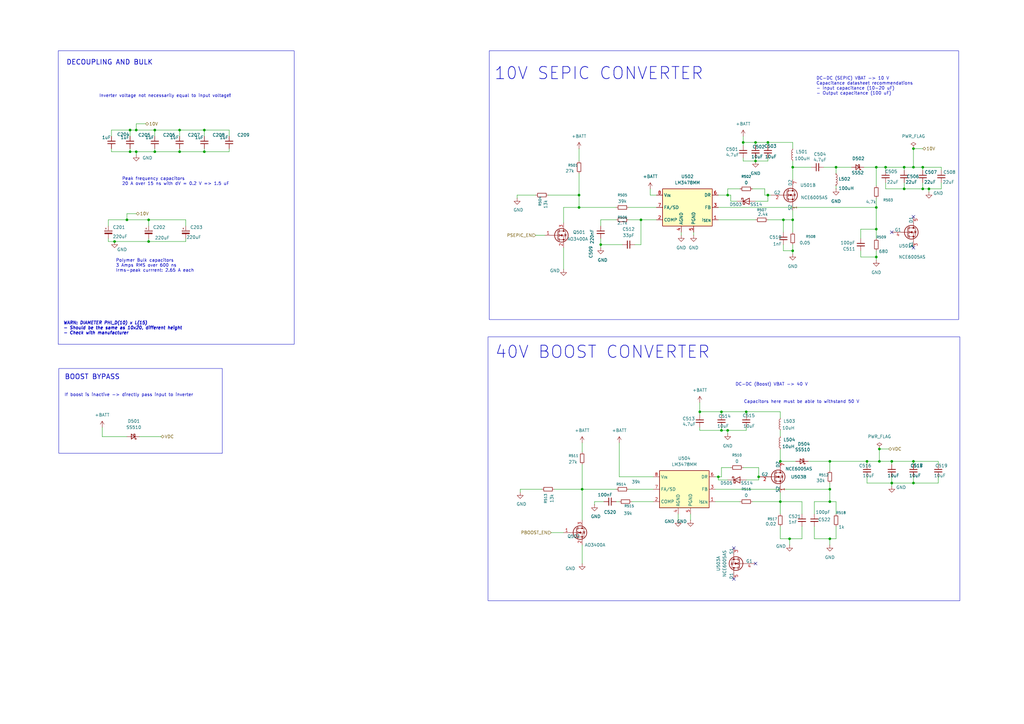
<source format=kicad_sch>
(kicad_sch (version 20250114) (generator "eeschema") (generator_version "9.0")
  (paper "A3")
  (rectangle (start 23.876 20.828) (end 120.65 141.224))
  (rectangle (start 200.152 138.176) (end 393.7 246.38))
  (rectangle (start 200.66 20.828) (end 393.192 131.064))
  (rectangle (start 24.13 151.13) (end 91.186 185.928))
  (text "DC-DC (Boost) VBAT -> 40 V" (at 316.484 157.734 0) (effects (font (size 1.27 1.27))))
  (text "DC-DC (SEPIC) VBAT -> 10 V\nCapacitance datasheet recommendations\n- Input capacitance (10-20 uF)\n- Output capacitance (100 uF) " (at 334.772 35.306 0) (effects (font (size 1.27 1.27)) (justify left)))
  (text "Inverter voltage not necessarily equal to input voltage!\n" (at 40.64 39.37 0) (effects (font (size 1.27 1.27) (thickness 0.1588)) (justify left)))
  (text "10V SEPIC CONVERTER" (at 245.618 30.226 0) (effects (font (size 5 5) (thickness 0.254) (bold yes))))
  (text "DECOUPLING AND BULK" (at 44.958 25.654 0) (effects (font (size 2 2) (thickness 0.254) (bold yes))))
  (text "Capacitors here must be able to withstand 50 V" (at 305.054 164.846 0) (effects (font (size 1.27 1.27)) (justify left)))
  (text "Peak frequency capacitors\n20 A over 15 ns with dV = 0.2 V => 1.5 uF" (at 50.038 74.422 0) (effects (font (size 1.27 1.27) (thickness 0.1588)) (justify left)))
  (text "40V BOOST CONVERTER" (at 247.142 144.526 0) (effects (font (size 5 5) (thickness 0.254) (bold yes))))
  (text "Polymer Bulk capacitors\n3 Amps RMS over 600 ns\nIrms-peak currrent: 2.65 A each" (at 47.498 111.76 0) (effects (font (size 1.27 1.27) (thickness 0.1588)) (justify left bottom)))
  (text "WARN: DIAMETER PHI_D(10) x L(15)\n- Should be the same as 10x20, different height\n- Check with manufacturer" (at 25.908 137.414 0) (effects (font (size 1.27 1.27) (thickness 0.254) (bold yes) (italic yes)) (justify left bottom)))
  (text "If boost is inactive -> directly pass input to inverter" (at 26.416 162.052 0) (effects (font (size 1.27 1.27) (thickness 0.1588)) (justify left)))
  (text "BOOST BYPASS" (at 37.846 154.686 0) (effects (font (size 2 2) (thickness 0.254) (bold yes))))
  (junction (at 360.68 184.15))
  (junction (at 237.49 85.09))
  (junction (at 83.82 62.23))
  (junction (at 63.5 53.34))
  (junction (at 55.88 53.34))
  (junction (at 365.76 198.12))
  (junction (at 237.49 80.01))
  (junction (at 320.04 205.74))
  (junction (at 295.91 176.53))
  (junction (at 374.65 68.58))
  (junction (at 321.31 90.17))
  (junction (at 83.82 53.34))
  (junction (at 374.65 198.12))
  (junction (at 325.12 102.87))
  (junction (at 363.22 68.58))
  (junction (at 314.96 80.01))
  (junction (at 73.66 62.23))
  (junction (at 359.41 105.41))
  (junction (at 295.91 168.91))
  (junction (at 325.12 68.58))
  (junction (at 381 77.47))
  (junction (at 306.07 168.91))
  (junction (at 378.46 77.47))
  (junction (at 246.38 100.33))
  (junction (at 359.41 93.98))
  (junction (at 374.65 189.23))
  (junction (at 309.88 66.04))
  (junction (at 340.36 205.74))
  (junction (at 314.96 58.42))
  (junction (at 60.96 90.17))
  (junction (at 53.34 53.34))
  (junction (at 342.9 68.58))
  (junction (at 359.41 85.09))
  (junction (at 340.36 220.98))
  (junction (at 340.36 200.66))
  (junction (at 304.8 58.42))
  (junction (at 370.84 68.58))
  (junction (at 378.46 68.58))
  (junction (at 365.76 189.23))
  (junction (at 340.36 189.23))
  (junction (at 355.6 189.23))
  (junction (at 360.68 189.23))
  (junction (at 287.02 168.91))
  (junction (at 55.88 62.23))
  (junction (at 294.64 195.58))
  (junction (at 63.5 62.23))
  (junction (at 238.76 200.66))
  (junction (at 359.41 68.58))
  (junction (at 298.45 80.01))
  (junction (at 262.89 90.17))
  (junction (at 298.45 176.53))
  (junction (at 46.99 99.06))
  (junction (at 370.84 77.47))
  (junction (at 374.65 60.96))
  (junction (at 73.66 53.34))
  (junction (at 323.85 220.98))
  (junction (at 60.96 99.06))
  (junction (at 52.07 90.17))
  (junction (at 325.12 90.17))
  (junction (at 320.04 189.23))
  (junction (at 53.34 62.23))
  (junction (at 309.88 58.42))
  (junction (at 311.15 195.58))
  (no_connect (at 309.88 231.14))
  (no_connect (at 374.65 101.6))
  (no_connect (at 365.76 95.25))
  (no_connect (at 300.99 224.79))
  (no_connect (at 374.65 88.9))
  (no_connect (at 300.99 237.49))
  (wire (pts (xy 63.5 53.34) (xy 73.66 53.34)))
  (wire (pts (xy 386.08 77.47) (xy 381 77.47)))
  (wire (pts (xy 325.12 60.96) (xy 325.12 58.42)))
  (wire (pts (xy 340.36 198.12) (xy 340.36 200.66)))
  (wire (pts (xy 257.81 85.09) (xy 269.24 85.09)))
  (wire (pts (xy 294.64 195.58) (xy 294.64 196.85)))
  (wire (pts (xy 384.81 190.5) (xy 384.81 189.23)))
  (wire (pts (xy 238.76 231.14) (xy 238.76 223.52)))
  (wire (pts (xy 83.82 53.34) (xy 83.82 55.88)))
  (wire (pts (xy 60.96 90.17) (xy 76.2 90.17)))
  (wire (pts (xy 359.41 81.28) (xy 359.41 85.09)))
  (wire (pts (xy 237.49 85.09) (xy 252.73 85.09)))
  (wire (pts (xy 45.72 62.23) (xy 53.34 62.23)))
  (wire (pts (xy 231.14 101.6) (xy 231.14 110.49)))
  (wire (pts (xy 41.91 175.26) (xy 41.91 179.07)))
  (wire (pts (xy 355.6 195.58) (xy 355.6 198.12)))
  (wire (pts (xy 293.37 195.58) (xy 294.64 195.58)))
  (wire (pts (xy 359.41 85.09) (xy 359.41 93.98)))
  (wire (pts (xy 325.12 66.04) (xy 325.12 68.58)))
  (wire (pts (xy 52.07 87.63) (xy 52.07 90.17)))
  (wire (pts (xy 340.36 220.98) (xy 340.36 223.52)))
  (wire (pts (xy 246.38 92.71) (xy 246.38 90.17)))
  (wire (pts (xy 378.46 68.58) (xy 378.46 69.85)))
  (wire (pts (xy 243.84 205.74) (xy 247.65 205.74)))
  (wire (pts (xy 44.45 99.06) (xy 44.45 97.79)))
  (wire (pts (xy 309.88 58.42) (xy 314.96 58.42)))
  (wire (pts (xy 359.41 68.58) (xy 363.22 68.58)))
  (wire (pts (xy 334.01 210.82) (xy 334.01 205.74)))
  (wire (pts (xy 55.88 50.8) (xy 55.88 53.34)))
  (wire (pts (xy 73.66 62.23) (xy 83.82 62.23)))
  (wire (pts (xy 381 77.47) (xy 378.46 77.47)))
  (wire (pts (xy 328.93 205.74) (xy 328.93 210.82)))
  (wire (pts (xy 386.08 69.85) (xy 386.08 68.58)))
  (wire (pts (xy 246.38 100.33) (xy 255.27 100.33)))
  (wire (pts (xy 293.37 200.66) (xy 340.36 200.66)))
  (wire (pts (xy 76.2 97.79) (xy 76.2 99.06)))
  (wire (pts (xy 266.7 80.01) (xy 269.24 80.01)))
  (wire (pts (xy 295.91 168.91) (xy 295.91 170.18)))
  (wire (pts (xy 359.41 105.41) (xy 359.41 106.68)))
  (wire (pts (xy 266.7 77.47) (xy 266.7 80.01)))
  (wire (pts (xy 321.31 90.17) (xy 321.31 95.25)))
  (wire (pts (xy 306.07 176.53) (xy 306.07 175.26)))
  (wire (pts (xy 295.91 191.77) (xy 295.91 195.58)))
  (wire (pts (xy 320.04 189.23) (xy 326.39 189.23)))
  (wire (pts (xy 262.89 100.33) (xy 260.35 100.33)))
  (wire (pts (xy 360.68 189.23) (xy 355.6 189.23)))
  (wire (pts (xy 45.72 60.96) (xy 45.72 62.23)))
  (wire (pts (xy 370.84 68.58) (xy 370.84 69.85)))
  (wire (pts (xy 323.85 220.98) (xy 323.85 223.52)))
  (wire (pts (xy 294.64 90.17) (xy 309.88 90.17)))
  (wire (pts (xy 287.02 168.91) (xy 287.02 170.18)))
  (wire (pts (xy 306.07 196.85) (xy 311.15 196.85)))
  (wire (pts (xy 374.65 190.5) (xy 374.65 189.23)))
  (wire (pts (xy 45.72 53.34) (xy 53.34 53.34)))
  (wire (pts (xy 60.96 97.79) (xy 60.96 99.06)))
  (wire (pts (xy 306.07 170.18) (xy 306.07 168.91)))
  (wire (pts (xy 359.41 102.87) (xy 359.41 105.41)))
  (wire (pts (xy 53.34 53.34) (xy 55.88 53.34)))
  (wire (pts (xy 302.26 82.55) (xy 299.72 82.55)))
  (wire (pts (xy 41.91 179.07) (xy 52.07 179.07)))
  (wire (pts (xy 262.89 90.17) (xy 262.89 100.33)))
  (wire (pts (xy 76.2 90.17) (xy 76.2 92.71)))
  (wire (pts (xy 73.66 60.96) (xy 73.66 62.23)))
  (wire (pts (xy 304.8 66.04) (xy 304.8 64.77)))
  (wire (pts (xy 340.36 189.23) (xy 340.36 193.04)))
  (wire (pts (xy 374.65 195.58) (xy 374.65 198.12)))
  (wire (pts (xy 325.12 100.33) (xy 325.12 102.87)))
  (wire (pts (xy 93.98 62.23) (xy 83.82 62.23)))
  (wire (pts (xy 237.49 85.09) (xy 237.49 80.01)))
  (wire (pts (xy 325.12 68.58) (xy 332.74 68.58)))
  (wire (pts (xy 45.72 55.88) (xy 45.72 53.34)))
  (wire (pts (xy 295.91 176.53) (xy 295.91 175.26)))
  (wire (pts (xy 334.01 220.98) (xy 340.36 220.98)))
  (wire (pts (xy 313.69 80.01) (xy 314.96 80.01)))
  (wire (pts (xy 353.06 97.79) (xy 353.06 93.98)))
  (wire (pts (xy 320.04 205.74) (xy 328.93 205.74)))
  (wire (pts (xy 337.82 68.58) (xy 342.9 68.58)))
  (wire (pts (xy 243.84 207.01) (xy 243.84 205.74)))
  (wire (pts (xy 246.38 100.33) (xy 246.38 101.6)))
  (wire (pts (xy 226.06 218.44) (xy 231.14 218.44)))
  (wire (pts (xy 238.76 213.36) (xy 238.76 200.66)))
  (wire (pts (xy 355.6 198.12) (xy 365.76 198.12)))
  (wire (pts (xy 304.8 66.04) (xy 309.88 66.04)))
  (wire (pts (xy 384.81 189.23) (xy 374.65 189.23)))
  (wire (pts (xy 342.9 76.2) (xy 342.9 77.47)))
  (wire (pts (xy 53.34 62.23) (xy 55.88 62.23)))
  (wire (pts (xy 360.68 184.15) (xy 360.68 189.23)))
  (wire (pts (xy 386.08 74.93) (xy 386.08 77.47)))
  (wire (pts (xy 63.5 62.23) (xy 73.66 62.23)))
  (wire (pts (xy 93.98 55.88) (xy 93.98 53.34)))
  (wire (pts (xy 342.9 205.74) (xy 342.9 210.82)))
  (wire (pts (xy 278.13 210.82) (xy 278.13 213.36)))
  (wire (pts (xy 309.88 58.42) (xy 309.88 59.69)))
  (wire (pts (xy 384.81 198.12) (xy 374.65 198.12)))
  (wire (pts (xy 63.5 60.96) (xy 63.5 62.23)))
  (wire (pts (xy 325.12 86.36) (xy 325.12 90.17)))
  (wire (pts (xy 320.04 176.53) (xy 320.04 179.07)))
  (wire (pts (xy 304.8 191.77) (xy 311.15 191.77)))
  (wire (pts (xy 295.91 191.77) (xy 299.72 191.77)))
  (wire (pts (xy 287.02 168.91) (xy 295.91 168.91)))
  (wire (pts (xy 219.71 96.52) (xy 223.52 96.52)))
  (wire (pts (xy 313.69 77.47) (xy 308.61 77.47)))
  (wire (pts (xy 63.5 53.34) (xy 63.5 55.88)))
  (wire (pts (xy 60.96 99.06) (xy 46.99 99.06)))
  (wire (pts (xy 363.22 68.58) (xy 370.84 68.58)))
  (wire (pts (xy 365.76 199.39) (xy 365.76 198.12)))
  (wire (pts (xy 309.88 66.04) (xy 309.88 64.77)))
  (wire (pts (xy 257.81 200.66) (xy 267.97 200.66)))
  (wire (pts (xy 257.81 90.17) (xy 262.89 90.17)))
  (wire (pts (xy 374.65 189.23) (xy 365.76 189.23)))
  (wire (pts (xy 342.9 205.74) (xy 340.36 205.74)))
  (wire (pts (xy 359.41 68.58) (xy 359.41 76.2)))
  (wire (pts (xy 73.66 53.34) (xy 73.66 55.88)))
  (wire (pts (xy 353.06 93.98) (xy 359.41 93.98)))
  (wire (pts (xy 93.98 53.34) (xy 83.82 53.34)))
  (wire (pts (xy 57.15 179.07) (xy 66.04 179.07)))
  (wire (pts (xy 287.02 165.1) (xy 287.02 168.91)))
  (wire (pts (xy 231.14 85.09) (xy 237.49 85.09)))
  (wire (pts (xy 314.96 59.69) (xy 314.96 58.42)))
  (wire (pts (xy 320.04 201.93) (xy 320.04 205.74)))
  (wire (pts (xy 246.38 90.17) (xy 252.73 90.17)))
  (wire (pts (xy 325.12 102.87) (xy 325.12 104.14)))
  (wire (pts (xy 321.31 100.33) (xy 321.31 102.87)))
  (wire (pts (xy 309.88 66.04) (xy 314.96 66.04)))
  (wire (pts (xy 259.08 205.74) (xy 267.97 205.74)))
  (wire (pts (xy 238.76 200.66) (xy 252.73 200.66)))
  (wire (pts (xy 303.53 77.47) (xy 298.45 77.47)))
  (wire (pts (xy 320.04 184.15) (xy 320.04 189.23)))
  (wire (pts (xy 304.8 58.42) (xy 309.88 58.42)))
  (wire (pts (xy 384.81 195.58) (xy 384.81 198.12)))
  (wire (pts (xy 254 181.61) (xy 254 195.58)))
  (wire (pts (xy 325.12 68.58) (xy 325.12 73.66)))
  (wire (pts (xy 378.46 74.93) (xy 378.46 77.47)))
  (wire (pts (xy 298.45 80.01) (xy 299.72 80.01)))
  (wire (pts (xy 55.88 50.8) (xy 59.69 50.8)))
  (wire (pts (xy 365.76 198.12) (xy 374.65 198.12)))
  (wire (pts (xy 353.06 105.41) (xy 359.41 105.41)))
  (wire (pts (xy 44.45 92.71) (xy 44.45 90.17)))
  (wire (pts (xy 52.07 87.63) (xy 55.88 87.63)))
  (wire (pts (xy 311.15 191.77) (xy 311.15 195.58)))
  (wire (pts (xy 298.45 177.8) (xy 298.45 176.53)))
  (wire (pts (xy 378.46 68.58) (xy 386.08 68.58)))
  (wire (pts (xy 55.88 62.23) (xy 63.5 62.23)))
  (wire (pts (xy 314.96 66.04) (xy 314.96 64.77)))
  (wire (pts (xy 53.34 53.34) (xy 53.34 55.88)))
  (wire (pts (xy 360.68 184.15) (xy 364.49 184.15)))
  (wire (pts (xy 306.07 168.91) (xy 320.04 168.91)))
  (wire (pts (xy 224.79 80.01) (xy 237.49 80.01)))
  (wire (pts (xy 340.36 200.66) (xy 340.36 205.74)))
  (wire (pts (xy 246.38 97.79) (xy 246.38 100.33)))
  (wire (pts (xy 342.9 68.58) (xy 342.9 71.12)))
  (wire (pts (xy 359.41 93.98) (xy 359.41 97.79)))
  (wire (pts (xy 287.02 176.53) (xy 287.02 175.26)))
  (wire (pts (xy 298.45 176.53) (xy 306.07 176.53)))
  (wire (pts (xy 370.84 74.93) (xy 370.84 77.47)))
  (wire (pts (xy 334.01 215.9) (xy 334.01 220.98)))
  (wire (pts (xy 55.88 63.5) (xy 55.88 62.23)))
  (wire (pts (xy 374.65 68.58) (xy 378.46 68.58)))
  (wire (pts (xy 360.68 189.23) (xy 365.76 189.23)))
  (wire (pts (xy 320.04 215.9) (xy 320.04 220.98)))
  (wire (pts (xy 227.33 200.66) (xy 238.76 200.66)))
  (wire (pts (xy 299.72 80.01) (xy 299.72 82.55)))
  (wire (pts (xy 313.69 77.47) (xy 313.69 80.01)))
  (wire (pts (xy 314.96 82.55) (xy 314.96 80.01)))
  (wire (pts (xy 355.6 189.23) (xy 355.6 190.5)))
  (wire (pts (xy 237.49 60.96) (xy 237.49 66.04)))
  (wire (pts (xy 212.09 80.01) (xy 219.71 80.01)))
  (wire (pts (xy 294.64 195.58) (xy 295.91 195.58)))
  (wire (pts (xy 381 78.74) (xy 381 77.47)))
  (wire (pts (xy 93.98 60.96) (xy 93.98 62.23)))
  (wire (pts (xy 323.85 220.98) (xy 328.93 220.98)))
  (wire (pts (xy 342.9 68.58) (xy 349.25 68.58)))
  (wire (pts (xy 238.76 181.61) (xy 238.76 185.42)))
  (wire (pts (xy 60.96 90.17) (xy 60.96 92.71)))
  (wire (pts (xy 304.8 58.42) (xy 304.8 59.69)))
  (wire (pts (xy 53.34 60.96) (xy 53.34 62.23)))
  (wire (pts (xy 331.47 189.23) (xy 340.36 189.23)))
  (wire (pts (xy 325.12 58.42) (xy 314.96 58.42)))
  (wire (pts (xy 298.45 77.47) (xy 298.45 80.01)))
  (wire (pts (xy 283.21 210.82) (xy 283.21 213.36)))
  (wire (pts (xy 284.48 96.52) (xy 284.48 95.25)))
  (wire (pts (xy 252.73 205.74) (xy 254 205.74)))
  (wire (pts (xy 314.96 80.01) (xy 316.23 80.01)))
  (wire (pts (xy 363.22 77.47) (xy 370.84 77.47)))
  (wire (pts (xy 76.2 99.06) (xy 60.96 99.06)))
  (wire (pts (xy 295.91 176.53) (xy 298.45 176.53)))
  (wire (pts (xy 370.84 68.58) (xy 374.65 68.58)))
  (wire (pts (xy 294.64 196.85) (xy 298.45 196.85)))
  (wire (pts (xy 309.88 82.55) (xy 314.96 82.55)))
  (wire (pts (xy 287.02 176.53) (xy 295.91 176.53)))
  (wire (pts (xy 378.46 77.47) (xy 370.84 77.47)))
  (wire (pts (xy 55.88 53.34) (xy 63.5 53.34)))
  (wire (pts (xy 328.93 215.9) (xy 328.93 220.98)))
  (wire (pts (xy 354.33 68.58) (xy 359.41 68.58)))
  (wire (pts (xy 294.64 85.09) (xy 359.41 85.09)))
  (wire (pts (xy 213.36 200.66) (xy 222.25 200.66)))
  (wire (pts (xy 321.31 90.17) (xy 314.96 90.17)))
  (wire (pts (xy 311.15 196.85) (xy 311.15 195.58)))
  (wire (pts (xy 238.76 190.5) (xy 238.76 200.66)))
  (wire (pts (xy 365.76 195.58) (xy 365.76 198.12)))
  (wire (pts (xy 52.07 90.17) (xy 44.45 90.17)))
  (wire (pts (xy 363.22 69.85) (xy 363.22 68.58)))
  (wire (pts (xy 212.09 81.28) (xy 212.09 80.01)))
  (wire (pts (xy 237.49 71.12) (xy 237.49 80.01)))
  (wire (pts (xy 374.65 60.96) (xy 374.65 68.58)))
  (wire (pts (xy 213.36 201.93) (xy 213.36 200.66)))
  (wire (pts (xy 293.37 205.74) (xy 303.53 205.74)))
  (wire (pts (xy 254 195.58) (xy 267.97 195.58)))
  (wire (pts (xy 231.14 91.44) (xy 231.14 85.09)))
  (wire (pts (xy 321.31 90.17) (xy 325.12 90.17)))
  (wire (pts (xy 321.31 102.87) (xy 325.12 102.87)))
  (wire (pts (xy 353.06 102.87) (xy 353.06 105.41)))
  (wire (pts (xy 83.82 60.96) (xy 83.82 62.23)))
  (wire (pts (xy 46.99 99.06) (xy 44.45 99.06)))
  (wire (pts (xy 304.8 55.88) (xy 304.8 58.42)))
  (wire (pts (xy 342.9 220.98) (xy 340.36 220.98)))
  (wire (pts (xy 365.76 189.23) (xy 365.76 190.5)))
  (wire (pts (xy 323.85 220.98) (xy 320.04 220.98)))
  (wire (pts (xy 342.9 215.9) (xy 342.9 220.98)))
  (wire (pts (xy 262.89 90.17) (xy 269.24 90.17)))
  (wire (pts (xy 334.01 205.74) (xy 340.36 205.74)))
  (wire (pts (xy 325.12 90.17) (xy 325.12 95.25)))
  (wire (pts (xy 295.91 168.91) (xy 306.07 168.91)))
  (wire (pts (xy 340.36 189.23) (xy 355.6 189.23)))
  (wire (pts (xy 73.66 53.34) (xy 83.82 53.34)))
  (wire (pts (xy 378.46 60.96) (xy 374.65 60.96)))
  (wire (pts (xy 363.22 74.93) (xy 363.22 77.47)))
  (wire (pts (xy 320.04 205.74) (xy 320.04 210.82)))
  (wire (pts (xy 308.61 205.74) (xy 320.04 205.74)))
  (wire (pts (xy 294.64 80.01) (xy 298.45 80.01)))
  (wire (pts (xy 279.4 96.52) (xy 279.4 95.25)))
  (wire (pts (xy 52.07 90.17) (xy 60.96 90.17)))
  (wire (pts (xy 320.04 168.91) (xy 320.04 171.45)))
  (hierarchical_label "PSEPIC_EN" (shape input) (at 219.71 96.52 180))
  (hierarchical_label "10V" (shape bidirectional) (at 378.46 60.96 0))
  (hierarchical_label "VDC" (shape bidirectional) (at 66.04 179.07 0))
  (hierarchical_label "VDC" (shape bidirectional) (at 364.49 184.15 0))
  (hierarchical_label "10V" (shape bidirectional) (at 55.88 87.63 0))
  (hierarchical_label "10V" (shape bidirectional) (at 59.69 50.8 0))
  (hierarchical_label "PBOOST_EN" (shape input) (at 226.06 218.44 180))
  (symbol (lib_id "Device:C_Small") (at 306.07 172.72 0) (unit 1)
    (property "Reference" "C515" (at 304.546 170.434 0) (effects (justify left)))
    (property "Value" "10uF" (at 304.8 174.752 0) (effects (justify left)))
    (property "Footprint" "Capacitor_SMD:C_0805_2012Metric" (effects (hide yes)))
    (property "Datasheet" "https://jlcpcb.com/api/file/downloadByFileSystemAccessId/8588884955182718976" (effects (hide yes)))
    (property "Description" "X5R, 50V max" (effects (hide yes)))
    (property "LPN" "C440198" (effects (hide yes)))
    (property "MPN" "GRM21BR61H106KE43L" (effects (hide yes)))
  )
  (symbol (lib_id "power:GND") (at 342.9 77.47 0) (unit 1)
    (property "Reference" "#PWR0510" (effects (hide yes)))
    (property "Value" "GND" (at 342.9 82.55 0))
    (property "Description" "Power symbol creates a global label with name \"GND\" , ground" (effects (hide yes)))
  )
  (symbol (lib_id "power:GND") (at 381 78.74 0) (unit 1)
    (property "Reference" "#PWR0511" (effects (hide yes)))
    (property "Value" "GND" (at 384.81 79.248 0))
    (property "Description" "Power symbol creates a global label with name \"GND\" , ground" (effects (hide yes)))
  )
  (symbol (lib_id "Transistor_FET:AO3400A") (at 228.6 96.52 0) (unit 1)
    (property "Reference" "Q501" (at 234.95 95.2499 0) (effects (justify left)))
    (property "Value" "AO3400A" (at 232.664 98.044 0) (effects (justify left)))
    (property "Footprint" "Package_TO_SOT_SMD:SOT-23" (effects (hide yes)))
    (property "Datasheet" "http://www.aosmd.com/pdfs/datasheet/AO3400A.pdf" (effects (hide yes)))
    (property "Description" "30V Vds, 5.7A Id, N-Channel MOSFET, SOT-23" (effects (hide yes)))
  )
  (symbol (lib_id "Regulator_Controller:LM3478MM") (at 280.67 200.66 0) (unit 1)
    (property "Reference" "U504" (at 280.67 187.96 0))
    (property "Value" "LM3478MM" (at 280.67 190.5 0))
    (property "Footprint" "Package_SO:VSSOP-8_3x3mm_P0.65mm" (effects (hide yes)))
    (property "Datasheet" "https://www.ti.com/lit/gpn/lm3478" (effects (hide yes)))
    (property "Description" "2.97~40V Wide Input Range Boost/SEPIC/Flyback DC-DC Controller, VSSOP-8" (effects (hide yes)))
  )
  (symbol (lib_id "power:PWR_FLAG") (at 360.68 184.15 0) (unit 1)
    (property "Reference" "#FLG0502" (effects (hide yes)))
    (property "Value" "PWR_FLAG" (at 360.68 179.07 0))
    (property "Description" "Special symbol for telling ERC where power comes from" (effects (hide yes)))
  )
  (symbol (lib_id "Device:C_Small") (at 246.38 95.25 0) (unit 1)
    (property "Reference" "C509" (at 242.316 103.378 90))
    (property "Value" "220nF" (at 242.824 97.028 90))
    (property "Footprint" "Capacitor_SMD:C_0603_1608Metric" (effects (hide yes)))
    (property "Datasheet" "https://jlcpcb.com/api/file/downloadByFileSystemAccessId/8579707116065640448" (effects (hide yes)))
    (property "Description" "Unpolarized capacitor, small symbol" (effects (hide yes)))
  )
  (symbol (lib_id "custom_mosfet:NCE6005AS") (at 374.65 95.25 0) (unit 1)
    (property "Reference" "U501" (at 368.554 100.838 0) (effects (justify left)))
    (property "Value" "NCE6005AS" (at 368.554 105.41 0) (effects (justify left)))
    (property "Footprint" "Package_SO:SOP-8-1EP_4.57x4.57mm_P1.27mm_EP4.57x4.45mm_ThermalVias" (effects (hide yes)))
    (property "Datasheet" "https://jlcpcb.com/api/file/downloadByFileSystemAccessId/8588881119395647488" (effects (hide yes)))
    (property "Description" "Dual N-channel Power MOSFET." (effects (hide yes)))
    (property "MPN" "NCE6005AS" (effects (hide yes)))
    (property "LPN" "C126151" (effects (hide yes)))
  )
  (symbol (lib_id "Regulator_Controller:LM3478MM") (at 281.94 85.09 0) (unit 1)
    (property "Reference" "U502" (at 281.94 72.39 0))
    (property "Value" "LM3478MM" (at 281.94 74.93 0))
    (property "Footprint" "Package_SO:VSSOP-8_3x3mm_P0.65mm" (effects (hide yes)))
    (property "Datasheet" "https://www.ti.com/lit/gpn/lm3478" (effects (hide yes)))
    (property "Description" "2.97~40V Wide Input Range Boost/SEPIC/Flyback DC-DC Controller, VSSOP-8" (effects (hide yes)))
  )
  (symbol (lib_id "Device:C_Small") (at 328.93 213.36 0) (unit 1)
    (property "Reference" "C521" (at 323.342 211.836 0) (effects (justify left)))
    (property "Value" "1nF" (at 323.342 214.122 0) (effects (justify left)))
    (property "Footprint" "Capacitor_SMD:C_0402_1005Metric" (effects (hide yes)))
    (property "Datasheet" "https://jlcpcb.com/api/file/downloadByFileSystemAccessId/8579707280333258752" (effects (hide yes)))
    (property "Description" "Unpolarized capacitor, small symbol" (effects (hide yes)))
    (property "LPN" "C1523" (effects (hide yes)))
    (property "MPN" "0402B102K500NT" (effects (hide yes)))
  )
  (symbol (lib_id "custom_mosfet:NCE6005AS") (at 320.04 195.58 0) (unit 2)
    (property "Reference" "U503" (at 324.358 195.58 0) (effects (justify left)))
    (property "Value" "NCE6005AS" (at 322.072 192.278 0) (effects (justify left)))
    (property "Footprint" "Package_SO:SOP-8-1EP_4.57x4.57mm_P1.27mm_EP4.57x4.45mm_ThermalVias" (effects (hide yes)))
    (property "Datasheet" "https://jlcpcb.com/api/file/downloadByFileSystemAccessId/8588881119395647488" (effects (hide yes)))
    (property "Description" "Dual N-channel Power MOSFET." (effects (hide yes)))
    (property "MPN" "NCE6005AS" (effects (hide yes)))
    (property "LPN" "C126151" (effects (hide yes)))
  )
  (symbol (lib_id "Device:R_Small") (at 320.04 213.36 0) (unit 1)
    (property "Reference" "R517" (at 314.706 212.852 0) (effects (font (size 1.016 1.016)) (justify left)))
    (property "Value" "0.02" (at 313.944 214.884 0) (effects (justify left)))
    (property "Footprint" "Resistor_SMD:R_1206_3216Metric_Pad1.30x1.75mm_HandSolder" (effects (hide yes)))
    (property "Datasheet" "https://jlcpcb.com/api/file/downloadByFileSystemAccessId/8588919886081110016" (effects (hide yes)))
    (property "Description" "+-1%, 333mW" (effects (hide yes)))
    (property "MPN" "1206W3F200MT5E" (effects (hide yes)))
    (property "LPN" "C2765435" (effects (hide yes)))
  )
  (symbol (lib_id "Device:R_Small") (at 359.41 78.74 0) (unit 1)
    (property "Reference" "R503" (at 362.204 82.042 0) (effects (font (size 1.016 1.016)) (justify left)))
    (property "Value" "4.7k" (at 355.092 82.804 0) (effects (justify left)))
    (property "Footprint" "Resistor_SMD:R_0603_1608Metric" (effects (hide yes)))
    (property "Datasheet" "https://jlcpcb.com/api/file/downloadByFileSystemAccessId/8579706251506339840" (effects (hide yes)))
    (property "Description" "+1%, 0.1W" (effects (hide yes)))
    (property "LPN" "C23162" (effects (hide yes)))
    (property "MPN" "0603WAF4701T5E" (effects (hide yes)))
  )
  (symbol (lib_id "power:GND") (at 298.45 177.8 0) (unit 1)
    (property "Reference" "#PWR0520" (effects (hide yes)))
    (property "Value" "GND" (at 298.45 182.88 0))
    (property "Description" "Power symbol creates a global label with name \"GND\" , ground" (effects (hide yes)))
  )
  (symbol (lib_id "Device:C_Small") (at 250.19 205.74 270) (unit 1)
    (property "Reference" "C520" (at 247.65 210.058 90) (effects (justify left)))
    (property "Value" "100nF" (at 245.11 202.946 90) (effects (justify left)))
    (property "Footprint" "Capacitor_SMD:C_0603_1608Metric" (effects (hide yes)))
    (property "Datasheet" "https://jlcpcb.com/api/file/downloadByFileSystemAccessId/8579707083955945472" (effects (hide yes)))
    (property "Description" "X7R, +-10%" (effects (hide yes)))
    (property "LPN" "C14663" (effects (hide yes)))
    (property "MPN" "CC0603KRX7R9BB104" (effects (hide yes)))
  )
  (symbol (lib_id "Device:R_Small") (at 340.36 195.58 0) (unit 1)
    (property "Reference" "R512" (at 335.788 194.818 0) (effects (font (size 1.016 1.016)) (justify left)))
    (property "Value" "30k" (at 334.772 197.104 0) (effects (justify left)))
    (property "Footprint" "Resistor_SMD:R_0603_1608Metric" (effects (hide yes)))
    (property "Datasheet" "https://jlcpcb.com/api/file/downloadByFileSystemAccessId/8579706251506339840" (effects (hide yes)))
    (property "Description" "+1%, 0.1W" (effects (hide yes)))
    (property "LPN" "C22984" (effects (hide yes)))
    (property "MPN" "0603WAF3002T5E" (effects (hide yes)))
  )
  (symbol (lib_id "Device:C_Small") (at 386.08 72.39 0) (unit 1)
    (property "Reference" "C508" (at 386.842 70.612 0) (effects (justify left)))
    (property "Value" "22uF" (at 386.588 74.676 0) (effects (justify left)))
    (property "Footprint" "Capacitor_SMD:C_0805_2012Metric" (effects (hide yes)))
    (property "Datasheet" "https://jlcpcb.com/api/file/downloadByFileSystemAccessId/8579706866429190144" (effects (hide yes)))
    (property "Description" "X5R, 25V" (effects (hide yes)))
    (property "LPN" "C45783" (effects (hide yes)))
    (property "MPN" "CL21A226MAQNNNE" (effects (hide yes)))
  )
  (symbol (lib_id "Device:C_Small") (at 353.06 100.33 0) (unit 1)
    (property "Reference" "C511" (at 345.694 102.108 0) (effects (justify left)))
    (property "Value" "100pF" (at 344.678 99.568 0) (effects (justify left)))
    (property "Footprint" "Capacitor_SMD:C_0402_1005Metric" (effects (hide yes)))
    (property "Datasheet" "https://jlcpcb.com/api/file/downloadByFileSystemAccessId/8579707280333258752" (effects (hide yes)))
    (property "Description" "Unpolarized capacitor, small symbol" (effects (hide yes)))
    (property "LPN" "C1546" (effects (hide yes)))
    (property "MPN" "0402CG101J500NT" (effects (hide yes)))
  )
  (symbol (lib_id "power:PWR_FLAG") (at 374.65 60.96 0) (unit 1)
    (property "Reference" "#FLG0501" (effects (hide yes)))
    (property "Value" "PWR_FLAG" (at 374.65 55.88 0))
    (property "Description" "Special symbol for telling ERC where power comes from" (effects (hide yes)))
  )
  (symbol (lib_id "power:GND") (at 46.99 99.06 0) (unit 1)
    (property "Reference" "#PWR0203" (effects (hide yes)))
    (property "Value" "GND" (at 48.006 102.362 0) (effects (justify left)))
    (property "Description" "Power symbol creates a global label with name \"GND\" , ground" (effects (hide yes)))
  )
  (symbol (lib_id "power:+BATT") (at 266.7 77.47 0) (unit 1)
    (property "Reference" "#PWR0509" (effects (hide yes)))
    (property "Value" "+BATT" (at 266.7 72.39 0))
    (property "Description" "Power symbol creates a global label with name \"+BATT\"" (effects (hide yes)))
  )
  (symbol (lib_id "power:GND") (at 283.21 213.36 0) (unit 1)
    (property "Reference" "#PWR0528" (effects (hide yes)))
    (property "Value" "GND" (at 279.654 213.868 0))
    (property "Description" "Power symbol creates a global label with name \"GND\" , ground" (effects (hide yes)))
  )
  (symbol (lib_id "power:GND") (at 279.4 96.52 0) (unit 1)
    (property "Reference" "#PWR0514" (effects (hide yes)))
    (property "Value" "GND" (at 279.4 101.6 0))
    (property "Description" "Power symbol creates a global label with name \"GND\" , ground" (effects (hide yes)))
  )
  (symbol (lib_id "Device:R_Small") (at 342.9 213.36 0) (unit 1)
    (property "Reference" "R518" (at 342.9 210.312 0) (effects (font (size 1.016 1.016)) (justify left)))
    (property "Value" "1k" (at 343.916 216.154 0) (effects (justify left)))
    (property "Footprint" "Resistor_SMD:R_0603_1608Metric" (effects (hide yes)))
    (property "Datasheet" "https://jlcpcb.com/api/file/downloadByFileSystemAccessId/8579706305709604864" (effects (hide yes)))
    (property "Description" "+-1%, 0.1W" (effects (hide yes)))
    (property "LPN" "C21190" (effects (hide yes)))
    (property "MPN" "0603WAF1001T5E" (effects (hide yes)))
  )
  (symbol (lib_id "Device:R_Small") (at 238.76 187.96 0) (unit 1)
    (property "Reference" "R511" (at 233.172 186.944 0) (effects (font (size 1.016 1.016)) (justify left)))
    (property "Value" "27k" (at 233.172 189.484 0) (effects (justify left)))
    (property "Footprint" "Resistor_SMD:R_0603_1608Metric" (effects (hide yes)))
    (property "Datasheet" "https://jlcpcb.com/api/file/downloadByFileSystemAccessId/8579706251506339840" (effects (hide yes)))
    (property "Description" "+1%, 0.1W" (effects (hide yes)))
    (property "LPN" "C22967" (effects (hide yes)))
    (property "MPN" "0603WAF2702T5E" (effects (hide yes)))
  )
  (symbol (lib_id "power:GND") (at 55.88 63.5 0) (unit 1)
    (property "Reference" "#PWR0204" (effects (hide yes)))
    (property "Value" "GND" (at 58.42 64.7699 0) (effects (justify left)))
    (property "Description" "Power symbol creates a global label with name \"GND\" , ground" (effects (hide yes)))
  )
  (symbol (lib_id "Device:R_Small") (at 237.49 68.58 0) (unit 1)
    (property "Reference" "R501" (at 232.918 67.818 0) (effects (font (size 1.016 1.016)) (justify left)))
    (property "Value" "27k" (at 231.902 70.104 0) (effects (justify left)))
    (property "Footprint" "Resistor_SMD:R_0603_1608Metric" (effects (hide yes)))
    (property "Datasheet" "https://jlcpcb.com/api/file/downloadByFileSystemAccessId/8579706251506339840" (effects (hide yes)))
    (property "Description" "+1%, 0.1W" (effects (hide yes)))
    (property "LPN" "C22967" (effects (hide yes)))
    (property "MPN" "0603WAF2702T5E" (effects (hide yes)))
  )
  (symbol (lib_id "Device:R_Small") (at 306.07 205.74 90) (unit 1)
    (property "Reference" "R516" (at 306.07 200.66 90) (effects (font (size 1.016 1.016))))
    (property "Value" "0" (at 306.07 203.2 90))
    (property "Footprint" "Resistor_SMD:R_0603_1608Metric_Pad0.98x0.95mm_HandSolder" (effects (hide yes)))
    (property "Datasheet" "https://jlcpcb.com/api/file/downloadByFileSystemAccessId/8588882001185148928" (effects (hide yes)))
    (property "Description" "100mW, change to damping resistor" (effects (hide yes)))
    (property "LPN" "C15402" (effects (hide yes)))
    (property "MPN" "0603WAJ0000T5E" (effects (hide yes)))
  )
  (symbol (lib_id "power:+BATT") (at 41.91 175.26 0) (unit 1)
    (property "Reference" "#PWR0503" (effects (hide yes)))
    (property "Value" "+BATT" (at 41.91 170.18 0))
    (property "Description" "Power symbol creates a global label with name \"+BATT\"" (effects (hide yes)))
  )
  (symbol (lib_id "Device:C_Small") (at 45.72 58.42 180) (unit 1)
    (property "Reference" "C204" (at 48.006 55.118 0) (effects (justify right)))
    (property "Value" "1uF" (at 45.466 56.388 0) (effects (justify left)))
    (property "Footprint" "Capacitor_SMD:C_0805_2012Metric" (effects (hide yes)))
    (property "Description" "Unpolarized capacitor, small symbol" (effects (hide yes)))
    (property "LCSC Part Number" "C28323" (effects (hide yes)))
    (property "Manufacturing Part Number" "CL21B105KBFNNNE" (effects (hide yes)))
  )
  (symbol (lib_id "Device:L_Small") (at 320.04 173.99 180) (unit 1)
    (property "Reference" "L503" (at 321.31 172.7199 0) (effects (justify right)))
    (property "Value" "10uH" (at 320.802 175.514 0) (effects (justify right)))
    (property "Datasheet" "https://jlcpcb.com/api/file/downloadByFileSystemAccessId/8608737415922540544" (effects (hide yes)))
    (property "Description" "+-20%, DCR 30m, Isat_rms=7.8A" (effects (hide yes)))
    (property "LPN" "C475915" (effects (hide yes)))
    (property "MPN" "FXL1040-100-M " (effects (hide yes)))
  )
  (symbol (lib_id "Device:R_Small") (at 222.25 80.01 90) (unit 1)
    (property "Reference" "R504" (at 221.488 84.582 0) (effects (font (size 1.016 1.016)) (justify left)))
    (property "Value" "13k" (at 223.774 85.598 0) (effects (justify left)))
    (property "Footprint" "Resistor_SMD:R_0603_1608Metric" (effects (hide yes)))
    (property "Datasheet" "https://jlcpcb.com/api/file/downloadByFileSystemAccessId/8579706251506339840" (effects (hide yes)))
    (property "Description" "+1%, 0.1W" (effects (hide yes)))
    (property "LPN" "C22797" (effects (hide yes)))
    (property "MPN" "0603WAF1302T5E" (effects (hide yes)))
  )
  (symbol (lib_id "Device:C_Small") (at 83.82 58.42 180) (unit 1)
    (property "Reference" "C208" (at 87.122 55.372 0) (effects (justify right)))
    (property "Value" "1uF" (at 83.566 56.388 0) (effects (justify left)))
    (property "Footprint" "Capacitor_SMD:C_0805_2012Metric" (effects (hide yes)))
    (property "Description" "Unpolarized capacitor, small symbol" (effects (hide yes)))
    (property "LCSC Part Number" "C28323" (effects (hide yes)))
    (property "Manufacturing Part Number" "CL21B105KBFNNNE" (effects (hide yes)))
  )
  (symbol (lib_id "power:GND") (at 246.38 101.6 0) (unit 1)
    (property "Reference" "#PWR0517" (effects (hide yes)))
    (property "Value" "GND" (at 247.142 106.68 0))
    (property "Description" "Power symbol creates a global label with name \"GND\" , ground" (effects (hide yes)))
  )
  (symbol (lib_id "Device:C_Small") (at 321.31 97.79 0) (unit 1)
    (property "Reference" "C510" (at 315.468 97.282 0) (effects (justify left)))
    (property "Value" "1nF" (at 316.992 100.076 0) (effects (justify left)))
    (property "Footprint" "Capacitor_SMD:C_0402_1005Metric" (effects (hide yes)))
    (property "Datasheet" "https://jlcpcb.com/api/file/downloadByFileSystemAccessId/8579707280333258752" (effects (hide yes)))
    (property "Description" "Unpolarized capacitor, small symbol" (effects (hide yes)))
    (property "LPN" "C1523" (effects (hide yes)))
    (property "MPN" "0402B102K500NT" (effects (hide yes)))
  )
  (symbol (lib_id "Device:C_Small") (at 355.6 193.04 0) (unit 1)
    (property "Reference" "C516" (at 352.298 191.008 0) (effects (justify left)))
    (property "Value" "10uF" (at 353.822 195.072 0) (effects (justify left)))
    (property "Footprint" "Capacitor_SMD:C_0805_2012Metric" (effects (hide yes)))
    (property "Datasheet" "https://jlcpcb.com/api/file/downloadByFileSystemAccessId/8588884955182718976" (effects (hide yes)))
    (property "Description" "X5R, 50V max" (effects (hide yes)))
    (property "LPN" "C440198" (effects (hide yes)))
    (property "MPN" "GRM21BR61H106KE43L" (effects (hide yes)))
  )
  (symbol (lib_id "Device:C_Small") (at 335.28 68.58 90) (unit 1)
    (property "Reference" "C504" (at 336.296 63.246 90))
    (property "Value" "4.7uF" (at 336.296 65.532 90))
    (property "Footprint" "Capacitor_SMD:C_1206_3216Metric" (effects (hide yes)))
    (property "Datasheet" "https://jlcpcb.com/api/file/downloadByFileSystemAccessId/8579707362602500096" (effects (hide yes)))
    (property "Description" "X7R, 50V" (effects (hide yes)))
    (property "LPN" "C29823" (effects (hide yes)))
    (property "MPN" "1206B475K500NT" (effects (hide yes)))
  )
  (symbol (lib_id "Device:C_Small") (at 374.65 193.04 0) (unit 1)
    (property "Reference" "C518" (at 373.38 191.008 0) (effects (justify left)))
    (property "Value" "10uF" (at 372.872 195.072 0) (effects (justify left)))
    (property "Footprint" "Capacitor_SMD:C_0805_2012Metric" (effects (hide yes)))
    (property "Datasheet" "https://jlcpcb.com/api/file/downloadByFileSystemAccessId/8588884955182718976" (effects (hide yes)))
    (property "Description" "X5R, 50V max" (effects (hide yes)))
    (property "LPN" "C440198" (effects (hide yes)))
    (property "MPN" "GRM21BR61H106KE43L" (effects (hide yes)))
  )
  (symbol (lib_id "Device:C_Small") (at 309.88 62.23 0) (unit 1)
    (property "Reference" "C502" (at 308.61 60.198 0) (effects (justify left)))
    (property "Value" "10uF" (at 308.102 64.262 0) (effects (justify left)))
    (property "Footprint" "Capacitor_SMD:C_0805_2012Metric" (effects (hide yes)))
    (property "Datasheet" "https://jlcpcb.com/api/file/downloadByFileSystemAccessId/8588884955182718976" (effects (hide yes)))
    (property "Description" "X5R, 50V max" (effects (hide yes)))
    (property "LPN" "C440198" (effects (hide yes)))
    (property "MPN" "GRM21BR61H106KE43L" (effects (hide yes)))
  )
  (symbol (lib_id "Device:L_Small") (at 325.12 63.5 180) (unit 1)
    (property "Reference" "L501" (at 326.39 62.2299 0) (effects (justify right)))
    (property "Value" "100uH" (at 325.882 65.024 0) (effects (justify right)))
    (property "Datasheet" "https://jlcpcb.com/api/file/downloadByFileSystemAccessId/8588935627815862272" (effects (hide yes)))
    (property "Description" "+-20%, DCR 0.25, Isat_rms=2A" (effects (hide yes)))
    (property "LPN" "C436577" (effects (hide yes)))
    (property "MPN" "PSPMAC1045H-101M-ANP" (effects (hide yes)))
  )
  (symbol (lib_id "Device:D_Schottky_Small") (at 351.79 68.58 180) (unit 1)
    (property "Reference" "D502" (at 352.044 65.024 0))
    (property "Value" "SS52" (at 351.79 70.866 0))
    (property "Footprint" "Diode_SMD:D_SMA-SMB_Universal_Handsoldering" (effects (hide yes)))
    (property "Datasheet" "https://jlcpcb.com/api/file/downloadByFileSystemAccessId/8579707587489042432" (effects (hide yes)))
    (property "Description" "Vf 0.55, If 5A" (effects (hide yes)))
    (property "MPN" "SS54" (effects (hide yes)))
    (property "LPN" "C22452" (effects (hide yes)))
  )
  (symbol (lib_id "custom_mosfet:NCE6005AS") (at 325.12 80.01 0) (unit 2)
    (property "Reference" "U501" (at 328.168 75.946 0) (effects (justify left)))
    (property "Value" "NCE6005AS" (at 328.422 81.026 0) (effects (justify left)))
    (property "Footprint" "Package_SO:SOP-8-1EP_4.57x4.57mm_P1.27mm_EP4.57x4.45mm_ThermalVias" (effects (hide yes)))
    (property "Datasheet" "https://jlcpcb.com/api/file/downloadByFileSystemAccessId/8588881119395647488" (effects (hide yes)))
    (property "Description" "Dual N-channel Power MOSFET." (effects (hide yes)))
    (property "MPN" "NCE6005AS" (effects (hide yes)))
    (property "LPN" "C126151" (effects (hide yes)))
  )
  (symbol (lib_id "Device:R_Small") (at 224.79 200.66 90) (unit 1)
    (property "Reference" "R513" (at 223.774 206.502 0) (effects (font (size 1.016 1.016)) (justify left)))
    (property "Value" "13k" (at 226.314 206.248 0) (effects (justify left)))
    (property "Footprint" "Resistor_SMD:R_0603_1608Metric" (effects (hide yes)))
    (property "Datasheet" "https://jlcpcb.com/api/file/downloadByFileSystemAccessId/8579706251506339840" (effects (hide yes)))
    (property "Description" "+1%, 0.1W" (effects (hide yes)))
    (property "LPN" "C22797" (effects (hide yes)))
    (property "MPN" "0603WAF1302T5E" (effects (hide yes)))
  )
  (symbol (lib_id "power:GND") (at 238.76 231.14 0) (unit 1)
    (property "Reference" "#PWR0531" (effects (hide yes)))
    (property "Value" "GND" (at 233.934 233.172 0))
    (property "Description" "Power symbol creates a global label with name \"GND\" , ground" (effects (hide yes)))
  )
  (symbol (lib_id "Diode:SS14") (at 306.07 82.55 0) (unit 1)
    (property "Reference" "D503" (at 301.752 83.82 0))
    (property "Value" "SS14" (at 310.134 83.82 0))
    (property "Footprint" "Diode_SMD:D_SMA" (effects (hide yes)))
    (property "Datasheet" "https://www.vishay.com/docs/88746/ss12.pdf" (effects (hide yes)))
    (property "Description" "40V 1A Schottky Diode, SMA" (effects (hide yes)))
    (property "LPN" "C2480" (effects (hide yes)))
    (property "MPN" "SS14" (effects (hide yes)))
  )
  (symbol (lib_id "Device:R_Small") (at 255.27 85.09 90) (unit 1)
    (property "Reference" "R505" (at 255.27 80.01 90) (effects (font (size 1.016 1.016))))
    (property "Value" "39k" (at 255.27 82.55 90))
    (property "Footprint" "Resistor_SMD:R_0603_1608Metric" (effects (hide yes)))
    (property "Datasheet" "https://jlcpcb.com/api/file/downloadByFileSystemAccessId/8579706240219467776" (effects (hide yes)))
    (property "Description" "Resistor, small symbol" (effects (hide yes)))
    (property "MPN" "0603WAF3902T5E" (effects (hide yes)))
    (property "LPN" "C23153" (effects (hide yes)))
  )
  (symbol (lib_id "Device:R_Small") (at 312.42 90.17 90) (unit 1)
    (property "Reference" "R507" (at 312.42 86.106 90) (effects (font (size 1.016 1.016))))
    (property "Value" "2.4k" (at 312.928 87.884 90))
    (property "Footprint" "Resistor_SMD:R_0805_2012Metric_Pad1.20x1.40mm_HandSolder" (effects (hide yes)))
    (property "Datasheet" "https://jlcpcb.com/api/file/downloadByFileSystemAccessId/8579706511444410368" (effects (hide yes)))
    (property "Description" "Rsl" (effects (hide yes)))
    (property "MPN" "0805W8F2401T5E" (effects (hide yes)))
    (property "LPN" "C17526" (effects (hide yes)))
  )
  (symbol (lib_id "power:GND") (at 365.76 199.39 0) (unit 1)
    (property "Reference" "#PWR0524" (effects (hide yes)))
    (property "Value" "GND" (at 369.57 199.898 0))
    (property "Description" "Power symbol creates a global label with name \"GND\" , ground" (effects (hide yes)))
  )
  (symbol (lib_id "Device:C_Polarized_Small") (at 76.2 95.25 0) (unit 1)
    (property "Reference" "C203" (at 77.978 93.218 0) (effects (justify left)))
    (property "Value" "220uF" (at 76.454 97.282 0) (effects (justify left)))
    (property "Footprint" "Capacitor_THT:C_Radial_D10.0mm_H16.0mm_P5.00mm" (effects (hide yes)))
    (property "Description" "Polarized capacitor, small symbol" (effects (hide yes)))
    (property "LCSC Part Number" "C2983797" (effects (hide yes)))
    (property "Manufacturing Part Number" "SPZ1JM221G15O00RAXXX" (effects (hide yes)))
  )
  (symbol (lib_id "Device:R_Small") (at 306.07 77.47 90) (unit 1)
    (property "Reference" "R502" (at 306.07 72.39 90) (effects (font (size 1.016 1.016))))
    (property "Value" "0" (at 306.07 74.93 90))
    (property "Footprint" "Resistor_SMD:R_0603_1608Metric_Pad0.98x0.95mm_HandSolder" (effects (hide yes)))
    (property "Datasheet" "https://jlcpcb.com/api/file/downloadByFileSystemAccessId/8588882001185148928" (effects (hide yes)))
    (property "Description" "100mW, change to damping resistor" (effects (hide yes)))
    (property "LPN" "C15402" (effects (hide yes)))
    (property "MPN" "0603WAJ0000T5E" (effects (hide yes)))
  )
  (symbol (lib_id "Device:C_Small") (at 295.91 172.72 0) (unit 1)
    (property "Reference" "C514" (at 294.64 170.688 0) (effects (justify left)))
    (property "Value" "10uF" (at 294.132 174.752 0) (effects (justify left)))
    (property "Footprint" "Capacitor_SMD:C_0805_2012Metric" (effects (hide yes)))
    (property "Datasheet" "https://jlcpcb.com/api/file/downloadByFileSystemAccessId/8588884955182718976" (effects (hide yes)))
    (property "Description" "X5R, 50V max" (effects (hide yes)))
    (property "LPN" "C440198" (effects (hide yes)))
    (property "MPN" "GRM21BR61H106KE43L" (effects (hide yes)))
  )
  (symbol (lib_id "Device:C_Small") (at 287.02 172.72 0) (unit 1)
    (property "Reference" "C513" (at 279.908 171.704 0) (effects (justify left)))
    (property "Value" "4.7uF" (at 279.908 173.99 0) (effects (justify left)))
    (property "Footprint" "Capacitor_SMD:C_1206_3216Metric" (effects (hide yes)))
    (property "Datasheet" "https://jlcpcb.com/api/file/downloadByFileSystemAccessId/8579707362602500096" (effects (hide yes)))
    (property "Description" "X7R, 50V" (effects (hide yes)))
    (property "LPN" "C29823" (effects (hide yes)))
    (property "MPN" "1206B475K500NT" (effects (hide yes)))
  )
  (symbol (lib_id "Device:R_Small") (at 255.27 200.66 90) (unit 1)
    (property "Reference" "R514" (at 254.762 198.628 90) (effects (font (size 1.016 1.016))))
    (property "Value" "39k" (at 260.858 197.612 90))
    (property "Footprint" "Resistor_SMD:R_0603_1608Metric" (effects (hide yes)))
    (property "Datasheet" "https://jlcpcb.com/api/file/downloadByFileSystemAccessId/8579706240219467776" (effects (hide yes)))
    (property "Description" "Resistor, small symbol" (effects (hide yes)))
    (property "MPN" "0603WAF3902T5E" (effects (hide yes)))
    (property "LPN" "C23153" (effects (hide yes)))
  )
  (symbol (lib_id "Device:R_Small") (at 255.27 90.17 90) (unit 1)
    (property "Reference" "R506" (at 255.27 89.154 90) (effects (font (size 1.016 1.016))))
    (property "Value" "2.7k" (at 255.27 91.44 90))
    (property "Footprint" "Resistor_SMD:R_0603_1608Metric" (effects (hide yes)))
    (property "Datasheet" "+-1%" (effects (hide yes)))
    (property "Description" "Resistor, small symbol" (effects (hide yes)))
    (property "LPN" "C13167" (effects (hide yes)))
    (property "MPN" "0603WAF2701T5E" (effects (hide yes)))
  )
  (symbol (lib_id "Device:L_Small") (at 320.04 181.61 180) (unit 1)
    (property "Reference" "L504" (at 321.31 180.3399 0) (effects (justify right)))
    (property "Value" "10uH" (at 320.802 183.134 0) (effects (justify right)))
    (property "Datasheet" "https://jlcpcb.com/api/file/downloadByFileSystemAccessId/8608737415922540544" (effects (hide yes)))
    (property "Description" "+-20%, DCR 30m, Isat_rms=7.8A" (effects (hide yes)))
    (property "LPN" "C475915" (effects (hide yes)))
    (property "MPN" "FXL1040-100-M " (effects (hide yes)))
  )
  (symbol (lib_id "power:GND") (at 213.36 201.93 0) (unit 1)
    (property "Reference" "#PWR0525" (effects (hide yes)))
    (property "Value" "GND" (at 213.868 206.756 0))
    (property "Description" "Power symbol creates a global label with name \"GND\" , ground" (effects (hide yes)))
  )
  (symbol (lib_id "power:GND") (at 278.13 213.36 0) (unit 1)
    (property "Reference" "#PWR0527" (effects (hide yes)))
    (property "Value" "GND" (at 274.574 213.868 0))
    (property "Description" "Power symbol creates a global label with name \"GND\" , ground" (effects (hide yes)))
  )
  (symbol (lib_id "Device:C_Small") (at 53.34 58.42 180) (unit 1)
    (property "Reference" "C205" (at 56.642 55.372 0) (effects (justify right)))
    (property "Value" "1uF" (at 53.086 56.388 0) (effects (justify left)))
    (property "Footprint" "Capacitor_SMD:C_0805_2012Metric" (effects (hide yes)))
    (property "Description" "Unpolarized capacitor, small symbol" (effects (hide yes)))
    (property "LCSC Part Number" "C28323" (effects (hide yes)))
    (property "Manufacturing Part Number" "CL21B105KBFNNNE" (effects (hide yes)))
  )
  (symbol (lib_id "power:GND") (at 243.84 207.01 0) (unit 1)
    (property "Reference" "#PWR0526" (effects (hide yes)))
    (property "Value" "GND" (at 244.348 211.836 0))
    (property "Description" "Power symbol creates a global label with name \"GND\" , ground" (effects (hide yes)))
  )
  (symbol (lib_id "Device:R_Small") (at 302.26 191.77 90) (unit 1)
    (property "Reference" "R510" (at 302.26 186.69 90) (effects (font (size 1.016 1.016))))
    (property "Value" "0" (at 302.26 189.23 90))
    (property "Footprint" "Resistor_SMD:R_0603_1608Metric_Pad0.98x0.95mm_HandSolder" (effects (hide yes)))
    (property "Datasheet" "https://jlcpcb.com/api/file/downloadByFileSystemAccessId/8588882001185148928" (effects (hide yes)))
    (property "Description" "100mW, change to damping resistor" (effects (hide yes)))
    (property "LPN" "C15402" (effects (hide yes)))
    (property "MPN" "0603WAJ0000T5E" (effects (hide yes)))
  )
  (symbol (lib_id "power:+BATT") (at 287.02 165.1 0) (unit 1)
    (property "Reference" "#PWR0519" (effects (hide yes)))
    (property "Value" "+BATT" (at 287.02 160.02 0))
    (property "Description" "Power symbol creates a global label with name \"+BATT\"" (effects (hide yes)))
  )
  (symbol (lib_id "Device:C_Small") (at 73.66 58.42 180) (unit 1)
    (property "Reference" "C207" (at 76.962 55.372 0) (effects (justify right)))
    (property "Value" "1uF" (at 73.406 56.388 0) (effects (justify left)))
    (property "Footprint" "Capacitor_SMD:C_0805_2012Metric" (effects (hide yes)))
    (property "Description" "Unpolarized capacitor, small symbol" (effects (hide yes)))
    (property "LCSC Part Number" "C28323" (effects (hide yes)))
    (property "Manufacturing Part Number" "CL21B105KBFNNNE" (effects (hide yes)))
  )
  (symbol (lib_id "power:GND") (at 325.12 104.14 0) (unit 1)
    (property "Reference" "#PWR0516" (effects (hide yes)))
    (property "Value" "GND" (at 325.12 109.22 0))
    (property "Description" "Power symbol creates a global label with name \"GND\" , ground" (effects (hide yes)))
  )
  (symbol (lib_id "power:GND") (at 340.36 223.52 0) (unit 1)
    (property "Reference" "#PWR0530" (effects (hide yes)))
    (property "Value" "GND" (at 340.36 228.6 0))
    (property "Description" "Power symbol creates a global label with name \"GND\" , ground" (effects (hide yes)))
  )
  (symbol (lib_id "Device:R_Small") (at 325.12 97.79 0) (unit 1)
    (property "Reference" "R508" (at 330.454 97.028 0) (effects (font (size 1.016 1.016)) (justify left)))
    (property "Value" "0.05" (at 327.914 99.568 0) (effects (justify left)))
    (property "Footprint" "Resistor_SMD:R_1206_3216Metric_Pad1.30x1.75mm_HandSolder" (effects (hide yes)))
    (property "Datasheet" "https://jlcpcb.com/api/file/downloadByFileSystemAccessId/8586177481287585792" (effects (hide yes)))
    (property "Description" "+-1%, 333mW" (effects (hide yes)))
    (property "MPN" "1206W3F500MT5E" (effects (hide yes)))
    (property "LPN" "C127691" (effects (hide yes)))
  )
  (symbol (lib_id "Device:C_Small") (at 63.5 58.42 180) (unit 1)
    (property "Reference" "C206" (at 66.802 55.372 0) (effects (justify right)))
    (property "Value" "1uF" (at 63.246 56.388 0) (effects (justify left)))
    (property "Footprint" "Capacitor_SMD:C_0805_2012Metric" (effects (hide yes)))
    (property "Description" "Unpolarized capacitor, small symbol" (effects (hide yes)))
    (property "LCSC Part Number" "C28323" (effects (hide yes)))
    (property "Manufacturing Part Number" "CL21B105KBFNNNE" (effects (hide yes)))
  )
  (symbol (lib_id "power:+BATT") (at 238.76 181.61 0) (unit 1)
    (property "Reference" "#PWR0522" (effects (hide yes)))
    (property "Value" "+BATT" (at 238.76 176.53 0))
    (property "Description" "Power symbol creates a global label with name \"+BATT\"" (effects (hide yes)))
  )
  (symbol (lib_id "Device:R_Small") (at 256.54 205.74 90) (unit 1)
    (property "Reference" "R515" (at 258.064 207.518 90) (effects (font (size 1.016 1.016))))
    (property "Value" "39k" (at 257.556 210.566 90))
    (property "Footprint" "Resistor_SMD:R_0603_1608Metric" (effects (hide yes)))
    (property "Datasheet" "https://jlcpcb.com/api/file/downloadByFileSystemAccessId/8579706240219467776" (effects (hide yes)))
    (property "Description" "Resistor, small symbol" (effects (hide yes)))
    (property "MPN" "0603WAF3902T5E" (effects (hide yes)))
    (property "LPN" "C23153" (effects (hide yes)))
  )
  (symbol (lib_id "Device:C_Small") (at 304.8 62.23 0) (unit 1)
    (property "Reference" "C501" (at 297.688 61.214 0) (effects (justify left)))
    (property "Value" "4.7uF" (at 297.688 63.5 0) (effects (justify left)))
    (property "Footprint" "Capacitor_SMD:C_1206_3216Metric" (effects (hide yes)))
    (property "Datasheet" "https://jlcpcb.com/api/file/downloadByFileSystemAccessId/8579707362602500096" (effects (hide yes)))
    (property "Description" "X7R, 50V" (effects (hide yes)))
    (property "LPN" "C29823" (effects (hide yes)))
    (property "MPN" "1206B475K500NT" (effects (hide yes)))
  )
  (symbol (lib_id "power:+BATT") (at 254 181.61 0) (unit 1)
    (property "Reference" "#PWR0523" (effects (hide yes)))
    (property "Value" "+BATT" (at 254 176.53 0))
    (property "Description" "Power symbol creates a global label with name \"+BATT\"" (effects (hide yes)))
  )
  (symbol (lib_id "Device:C_Small") (at 363.22 72.39 0) (unit 1)
    (property "Reference" "C505" (at 362.966 70.358 0) (effects (justify left)))
    (property "Value" "22uF" (at 363.728 74.676 0) (effects (justify left)))
    (property "Footprint" "Capacitor_SMD:C_0805_2012Metric" (effects (hide yes)))
    (property "Datasheet" "https://jlcpcb.com/api/file/downloadByFileSystemAccessId/8579706866429190144" (effects (hide yes)))
    (property "Description" "X5R, 25V" (effects (hide yes)))
    (property "LPN" "C45783" (effects (hide yes)))
    (property "MPN" "CL21A226MAQNNNE" (effects (hide yes)))
  )
  (symbol (lib_id "power:GND") (at 309.88 66.04 0) (unit 1)
    (property "Reference" "#PWR0506" (effects (hide yes)))
    (property "Value" "GND" (at 309.88 71.12 0))
    (property "Description" "Power symbol creates a global label with name \"GND\" , ground" (effects (hide yes)))
  )
  (symbol (lib_id "power:+BATT") (at 304.8 55.88 0) (unit 1)
    (property "Reference" "#PWR0505" (effects (hide yes)))
    (property "Value" "+BATT" (at 304.8 50.8 0))
    (property "Description" "Power symbol creates a global label with name \"+BATT\"" (effects (hide yes)))
  )
  (symbol (lib_id "Device:D_Schottky_Small") (at 54.61 179.07 180) (unit 1)
    (property "Reference" "D501" (at 54.864 172.72 0))
    (property "Value" "SS510" (at 54.864 175.26 0))
    (property "Footprint" "Diode_SMD:D_SMA" (effects (hide yes)))
    (property "Datasheet" "https://jlcpcb.com/api/file/downloadByFileSystemAccessId/8586175771950133248" (effects (hide yes)))
    (property "Description" "5A, 100V, Vf 0.85" (effects (hide yes)))
    (property "MPN" "SS510" (effects (hide yes)))
    (property "LPN" "C65010" (effects (hide yes)))
  )
  (symbol (lib_id "custom_mosfet:NCE6005AS") (at 300.99 231.14 180) (unit 1)
    (property "Reference" "U503" (at 294.64 231.14 90))
    (property "Value" "NCE6005AS" (at 297.18 231.14 90))
    (property "Footprint" "Package_SO:SOP-8-1EP_4.57x4.57mm_P1.27mm_EP4.57x4.45mm_ThermalVias" (effects (hide yes)))
    (property "Datasheet" "https://jlcpcb.com/api/file/downloadByFileSystemAccessId/8588881119395647488" (effects (hide yes)))
    (property "Description" "Dual N-channel Power MOSFET." (effects (hide yes)))
    (property "MPN" "NCE6005AS" (effects (hide yes)))
    (property "LPN" "C126151" (effects (hide yes)))
  )
  (symbol (lib_id "Device:C_Small") (at 365.76 193.04 0) (unit 1)
    (property "Reference" "C517" (at 373.38 191.008 0) (effects (justify left)))
    (property "Value" "10uF" (at 363.982 195.072 0) (effects (justify left)))
    (property "Footprint" "Capacitor_SMD:C_0805_2012Metric" (effects (hide yes)))
    (property "Datasheet" "https://jlcpcb.com/api/file/downloadByFileSystemAccessId/8588884955182718976" (effects (hide yes)))
    (property "Description" "X5R, 50V max" (effects (hide yes)))
    (property "LPN" "C440198" (effects (hide yes)))
    (property "MPN" "GRM21BR61H106KE43L" (effects (hide yes)))
  )
  (symbol (lib_id "Device:L_Small") (at 342.9 73.66 0) (unit 1)
    (property "Reference" "L502" (at 343.916 73.406 0) (effects (justify left)))
    (property "Value" "100uH" (at 343.916 77.216 0) (effects (justify left)))
    (property "Datasheet" "https://jlcpcb.com/api/file/downloadByFileSystemAccessId/8588935627815862272" (effects (hide yes)))
    (property "Description" "+-20%, DCR 0.25, Isat_rms=2A" (effects (hide yes)))
    (property "LPN" "C436577" (effects (hide yes)))
    (property "MPN" "PSPMAC1045H-101M-ANP" (effects (hide yes)))
  )
  (symbol (lib_id "power:+BATT") (at 237.49 60.96 0) (unit 1)
    (property "Reference" "#PWR0508" (effects (hide yes)))
    (property "Value" "+BATT" (at 237.49 55.88 0))
    (property "Description" "Power symbol creates a global label with name \"+BATT\"" (effects (hide yes)))
  )
  (symbol (lib_id "Device:D_Schottky_Small") (at 328.93 189.23 180) (unit 1)
    (property "Reference" "D504" (at 329.692 182.118 0))
    (property "Value" "SS510" (at 329.184 184.404 0))
    (property "Footprint" "Diode_SMD:D_SMA" (effects (hide yes)))
    (property "Datasheet" "https://jlcpcb.com/api/file/downloadByFileSystemAccessId/8586175771950133248" (effects (hide yes)))
    (property "Description" "5A, 100V, Vf 0.85" (effects (hide yes)))
    (property "MPN" "SS510" (effects (hide yes)))
    (property "LPN" "C65010" (effects (hide yes)))
  )
  (symbol (lib_id "Device:C_Polarized_Small") (at 60.96 95.25 0) (unit 1)
    (property "Reference" "C202" (at 62.738 93.218 0) (effects (justify left)))
    (property "Value" "220uF" (at 63.5 97.536 0) (effects (justify left)))
    (property "Footprint" "Capacitor_THT:C_Radial_D10.0mm_H16.0mm_P5.00mm" (effects (hide yes)))
    (property "Description" "Polarized capacitor, small symbol" (effects (hide yes)))
    (property "LCSC Part Number" "C2983797" (effects (hide yes)))
    (property "Manufacturing Part Number" "SPZ1JM221G15O00RAXXX" (effects (hide yes)))
  )
  (symbol (lib_id "Transistor_FET:AO3400A") (at 236.22 218.44 0) (unit 1)
    (property "Reference" "Q502" (at 232.664 219.964 0) (effects (justify left)))
    (property "Value" "AO3400A" (at 239.776 223.52 0) (effects (justify left)))
    (property "Footprint" "Package_TO_SOT_SMD:SOT-23" (effects (hide yes)))
    (property "Datasheet" "http://www.aosmd.com/pdfs/datasheet/AO3400A.pdf" (effects (hide yes)))
    (property "Description" "30V Vds, 5.7A Id, N-Channel MOSFET, SOT-23" (effects (hide yes)))
  )
  (symbol (lib_id "Device:C_Small") (at 314.96 62.23 0) (unit 1)
    (property "Reference" "C503" (at 313.436 59.944 0) (effects (justify left)))
    (property "Value" "10uF" (at 313.69 64.262 0) (effects (justify left)))
    (property "Footprint" "Capacitor_SMD:C_0805_2012Metric" (effects (hide yes)))
    (property "Datasheet" "https://jlcpcb.com/api/file/downloadByFileSystemAccessId/8588884955182718976" (effects (hide yes)))
    (property "Description" "X5R, 50V max" (effects (hide yes)))
    (property "LPN" "C440198" (effects (hide yes)))
    (property "MPN" "GRM21BR61H106KE43L" (effects (hide yes)))
  )
  (symbol (lib_id "power:GND") (at 359.41 106.68 0) (unit 1)
    (property "Reference" "#PWR0518" (effects (hide yes)))
    (property "Value" "GND" (at 359.41 111.76 0))
    (property "Description" "Power symbol creates a global label with name \"GND\" , ground" (effects (hide yes)))
  )
  (symbol (lib_id "Device:C_Small") (at 93.98 58.42 180) (unit 1)
    (property "Reference" "C209" (at 97.282 55.372 0) (effects (justify right)))
    (property "Value" "1uF" (at 93.726 56.388 0) (effects (justify left)))
    (property "Footprint" "Capacitor_SMD:C_0805_2012Metric" (effects (hide yes)))
    (property "Description" "Unpolarized capacitor, small symbol" (effects (hide yes)))
    (property "LCSC Part Number" "C28323" (effects (hide yes)))
    (property "Manufacturing Part Number" "CL21B105KBFNNNE" (effects (hide yes)))
  )
  (symbol (lib_id "Device:C_Small") (at 257.81 100.33 270) (unit 1)
    (property "Reference" "C512" (at 257.8036 93.98 90))
    (property "Value" "33pF" (at 257.8036 96.52 90))
    (property "Footprint" "Capacitor_SMD:C_0603_1608Metric" (effects (hide yes)))
    (property "Datasheet" "https://jlcpcb.com/api/file/downloadByFileSystemAccessId/8579707052086001664" (effects (hide yes)))
    (property "Description" "Cc2" (effects (hide yes)))
    (property "LPN" "C1663" (effects (hide yes)))
    (property "MPN" "CL10C330JB8NNNC" (effects (hide yes)))
  )
  (symbol (lib_id "power:GND") (at 231.14 110.49 0) (unit 1)
    (property "Reference" "#PWR0513" (effects (hide yes)))
    (property "Value" "GND" (at 227.584 110.998 0))
    (property "Description" "Power symbol creates a global label with name \"GND\" , ground" (effects (hide yes)))
  )
  (symbol (lib_id "Device:C_Small") (at 370.84 72.39 0) (unit 1)
    (property "Reference" "C506" (at 371.856 72.39 0) (effects (justify left)))
    (property "Value" "22uF" (at 371.348 74.676 0) (effects (justify left)))
    (property "Footprint" "Capacitor_SMD:C_0805_2012Metric" (effects (hide yes)))
    (property "Datasheet" "https://jlcpcb.com/api/file/downloadByFileSystemAccessId/8579706866429190144" (effects (hide yes)))
    (property "Description" "X5R, 25V" (effects (hide yes)))
    (property "LPN" "C45783" (effects (hide yes)))
    (property "MPN" "CL21A226MAQNNNE" (effects (hide yes)))
  )
  (symbol (lib_id "Device:C_Small") (at 378.46 72.39 0) (unit 1)
    (property "Reference" "C507" (at 379.222 70.612 0) (effects (justify left)))
    (property "Value" "22uF" (at 378.968 74.676 0) (effects (justify left)))
    (property "Footprint" "Capacitor_SMD:C_0805_2012Metric" (effects (hide yes)))
    (property "Datasheet" "https://jlcpcb.com/api/file/downloadByFileSystemAccessId/8579706866429190144" (effects (hide yes)))
    (property "Description" "X5R, 25V" (effects (hide yes)))
    (property "LPN" "C45783" (effects (hide yes)))
    (property "MPN" "CL21A226MAQNNNE" (effects (hide yes)))
  )
  (symbol (lib_id "power:GND") (at 284.48 96.52 0) (unit 1)
    (property "Reference" "#PWR0515" (effects (hide yes)))
    (property "Value" "GND" (at 284.48 101.6 0))
    (property "Description" "Power symbol creates a global label with name \"GND\" , ground" (effects (hide yes)))
  )
  (symbol (lib_id "Device:C_Small") (at 334.01 213.36 0) (unit 1)
    (property "Reference" "C522" (at 335.534 213.106 0) (effects (justify left)))
    (property "Value" "100pF" (at 334.518 210.058 0) (effects (justify left)))
    (property "Footprint" "Capacitor_SMD:C_0402_1005Metric" (effects (hide yes)))
    (property "Datasheet" "https://jlcpcb.com/api/file/downloadByFileSystemAccessId/8579707280333258752" (effects (hide yes)))
    (property "Description" "Unpolarized capacitor, small symbol" (effects (hide yes)))
    (property "LPN" "C1546" (effects (hide yes)))
    (property "MPN" "0402CG101J500NT" (effects (hide yes)))
  )
  (symbol (lib_id "Device:C_Polarized_Small") (at 44.45 95.25 0) (unit 1)
    (property "Reference" "C201" (at 46.228 93.218 0) (effects (justify left)))
    (property "Value" "220uF" (at 46.228 97.028 0) (effects (justify left)))
    (property "Footprint" "Capacitor_THT:C_Radial_D10.0mm_H16.0mm_P5.00mm" (effects (hide yes)))
    (property "Description" "Polarized capacitor, small symbol" (effects (hide yes)))
    (property "LCSC Part Number" "C2983797" (effects (hide yes)))
    (property "Manufacturing Part Number" "SPZ1JM221G15O00RAXXX" (effects (hide yes)))
  )
  (symbol (lib_id "Diode:SS14") (at 302.26 196.85 0) (unit 1)
    (property "Reference" "D505" (at 297.942 198.12 0))
    (property "Value" "SS14" (at 306.324 198.12 0))
    (property "Footprint" "Diode_SMD:D_SMA" (effects (hide yes)))
    (property "Datasheet" "https://www.vishay.com/docs/88746/ss12.pdf" (effects (hide yes)))
    (property "Description" "40V 1A Schottky Diode, SMA" (effects (hide yes)))
    (property "LPN" "C2480" (effects (hide yes)))
    (property "MPN" "SS14" (effects (hide yes)))
  )
  (symbol (lib_id "Device:C_Small") (at 384.81 193.04 0) (unit 1)
    (property "Reference" "C519" (at 383.54 191.008 0) (effects (justify left)))
    (property "Value" "10uF" (at 383.032 195.072 0) (effects (justify left)))
    (property "Footprint" "Capacitor_SMD:C_0805_2012Metric" (effects (hide yes)))
    (property "Datasheet" "https://jlcpcb.com/api/file/downloadByFileSystemAccessId/8588884955182718976" (effects (hide yes)))
    (property "Description" "X5R, 50V max" (effects (hide yes)))
    (property "LPN" "C440198" (effects (hide yes)))
    (property "MPN" "GRM21BR61H106KE43L" (effects (hide yes)))
  )
  (symbol (lib_id "power:GND") (at 212.09 81.28 0) (unit 1)
    (property "Reference" "#PWR0512" (effects (hide yes)))
    (property "Value" "GND" (at 212.598 86.106 0))
    (property "Description" "Power symbol creates a global label with name \"GND\" , ground" (effects (hide yes)))
  )
  (symbol (lib_id "power:GND") (at 323.85 223.52 0) (unit 1)
    (property "Reference" "#PWR0529" (effects (hide yes)))
    (property "Value" "GND" (at 320.294 224.028 0))
    (property "Description" "Power symbol creates a global label with name \"GND\" , ground" (effects (hide yes)))
  )
  (symbol (lib_id "Device:R_Small") (at 359.41 100.33 0) (unit 1)
    (property "Reference" "R509" (at 359.41 97.282 0) (effects (font (size 1.016 1.016)) (justify left)))
    (property "Value" "680" (at 360.426 103.124 0) (effects (justify left)))
    (property "Footprint" "Resistor_SMD:R_0603_1608Metric" (effects (hide yes)))
    (property "Datasheet" "https://jlcpcb.com/api/file/downloadByFileSystemAccessId/8579706305709604864" (effects (hide yes)))
    (property "Description" "+-1%, 0.1W" (effects (hide yes)))
    (property "LPN" "C23228" (effects (hide yes)))
    (property "MPN" "0603WAF6800T5E" (effects (hide yes)))
  )
)
</source>
